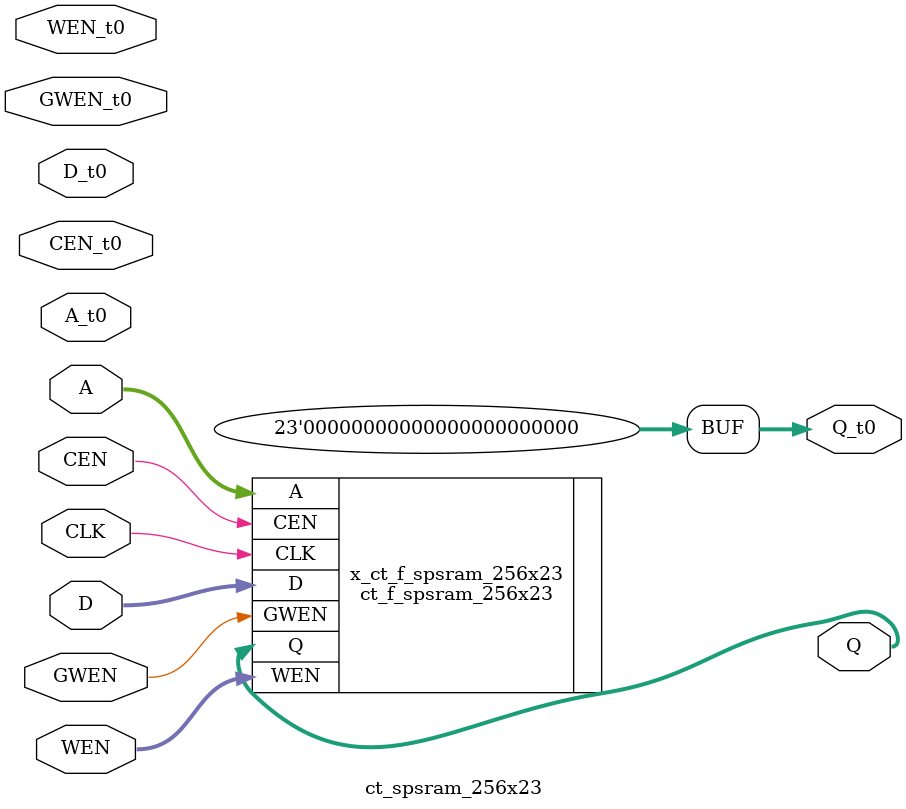
<source format=v>
/*Copyright 2019-2021 T-Head Semiconductor Co., Ltd.

Licensed under the Apache License, Version 2.0 (the "License");
you may not use this file except in compliance with the License.
You may obtain a copy of the License at

    http://www.apache.org/licenses/LICENSE-2.0

Unless required by applicable law or agreed to in writing, software
distributed under the License is distributed on an "AS IS" BASIS,
WITHOUT WARRANTIES OR CONDITIONS OF ANY KIND, either express or implied.
See the License for the specific language governing permissions and
limitations under the License.
*/

// &ModuleBeg; @22
module ct_spsram_256x23(
A,
A_t0,
CEN,
CEN_t0,
CLK,
D,
D_t0,
GWEN,
GWEN_t0,
Q,
Q_t0,
WEN,
WEN_t0
);

input   [7 :0]  A_t0;   
input           CEN_t0; 
input   [22:0]  D_t0;   
input           GWEN_t0; 
output  [22:0]  Q_t0;   
input   [22:0]  WEN_t0; 
wire    [7 :0]  A_t0;   
wire            CEN_t0; 
wire    [22:0]  D_t0;   
wire            GWEN_t0; 
wire    [22:0]  Q_t0;   
wire    [22:0]  WEN_t0; 
assign Q_t0 = '0;

// &Ports; @23
input   [7 :0]  A;   
input           CEN; 
input           CLK; 
input   [22:0]  D;   
input           GWEN; 
input   [22:0]  WEN; 
output  [22:0]  Q;   

// &Regs; @24

// &Wires; @25
wire    [7 :0]  A;   
wire            CEN; 
wire            CLK; 
wire    [22:0]  D;   
wire            GWEN; 
wire    [22:0]  Q;   
wire    [22:0]  WEN; 


//**********************************************************
//                  Parameter Definition
//**********************************************************
parameter ADDR_WIDTH = 8;
parameter DATA_WIDTH = 23;
parameter WE_WIDTH   = 23;

// &Force("bus","Q",DATA_WIDTH-1,0); @34
// &Force("bus","WEN",WE_WIDTH-1,0); @35
// &Force("bus","A",ADDR_WIDTH-1,0); @36
// &Force("bus","D",DATA_WIDTH-1,0); @37

  //********************************************************
  //*                        FPGA memory                   *
  //********************************************************
  //{WEN[20:0]}
//   &Instance("ct_f_spsram_256x23"); @44
ct_f_spsram_256x23  x_ct_f_spsram_256x23 (
  .A    (A   ),
  .CEN  (CEN ),
  .CLK  (CLK ),
  .D    (D   ),
  .GWEN (GWEN),
  .Q    (Q   ),
  .WEN  (WEN )
);

//   &Instance("ct_tsmc_spsram_256x23"); @50

// &ModuleEnd; @66
endmodule



</source>
